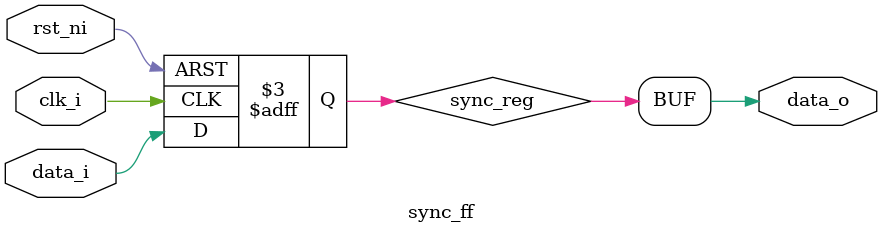
<source format=sv>

module sync_ff #(
  parameter int unsigned SYNC_WIDTH = 1,
  parameter int unsigned RESET_VAL  = 0
)(
  input  logic clk_i,
  input  logic rst_ni,
  input  logic data_i,
  output logic data_o
);

  // Registers and wires
  logic [SYNC_WIDTH-1:0] sync_reg;
  
  always_ff @(posedge clk_i or negedge rst_ni) begin
    if (!rst_ni) begin
      sync_reg <= RESET_VAL;
    end else begin
      sync_reg <= {sync_reg[SYNC_WIDTH-2:0], data_i};
    end
  end

  // Assign output
  assign data_o = sync_reg[SYNC_WIDTH-1];

endmodule
</source>
